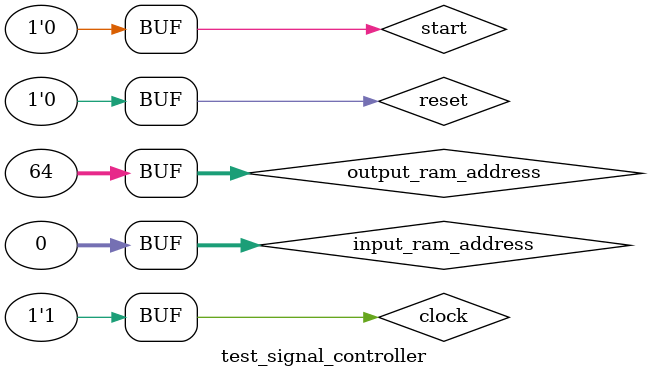
<source format=sv>
`timescale 1ns / 1ps


module test_signal_controller();

localparam STEP 	= 8;
localparam TEST_TIME = (8*20);

logic clock;
logic reset;
logic start;
logic [31:0] input_ram_address;
logic [31:0] output_ram_address;
logic [3:0] status;

logic [31:0] addrb;
logic clkb;
logic [31:0] dinb;
logic [31:0] doutb;
logic enb;
logic rstb;
logic [3:0] web;



always begin
	clock = 0; #(STEP/2);
	clock = 1; #(STEP/2);
end

signal_controller  signal_controller_inst(
	.CLOCK(clock),
	.RESET(reset),
	.START(start),
	.INPUT_RAM_ADDRESS(input_ram_address),
	.OUTPUT_RAM_ADDRESS(output_ram_address),
	.STATUS(status),

	.ADDRB(addrb),
	.CLKB(clkb),
	.DINB(dinb),
	.DOUTB(doutb),
	.ENB(enb),
	.RSTB(rstb),
	.WEB(web)
);



initial begin
	reset = 1'b1;
	#STEP;
	reset = 1'b0;
	input_ram_address = 32'h0;
	output_ram_address = 32'h40;
	start = 1'b1;
	#STEP;
	start = 1'b0;
	#TEST_TIME;
end


always @(negedge clkb) begin
	doutb[15:0] <= (addrb>>1);	
	doutb[31:16] <= (addrb>>1) + 1;	
end


endmodule



</source>
